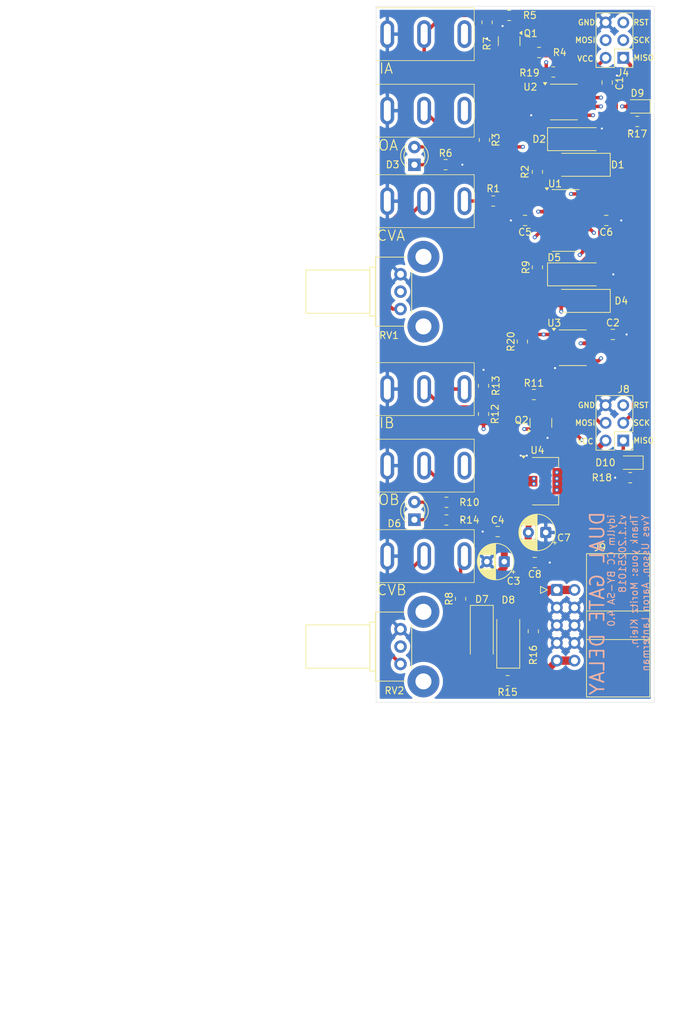
<source format=kicad_pcb>
(kicad_pcb (version 20241229) (generator "pcbnew") (generator_version "9.0")
  (title_block (title "Dual Gate Delay") (date "2025-10-18") (rev "1.1") (company "idyllm") (comment 1 "CC BY-SA 4.0"))
  (layers (0 "F.Cu" signal) (4 "In1.Cu" signal) (6 "In2.Cu" signal) (2 "B.Cu" signal) (13 "F.Paste" user) (15 "B.Paste" user) (5 "F.SilkS" user "F.Silkscreen") (7 "B.SilkS" user "B.Silkscreen") (1 "F.Mask" user) (3 "B.Mask" user) (25 "Edge.Cuts" user))
  (net 0 "")
  (net 1 "GND")
  (net 2 "+5V")
  (net 3 "+12V")
  (net 4 "-12V")
  (net 5 "/ADC1_SCK_A")
  (net 6 "Net-(D3-K)")
  (net 7 "Net-(D3-A)")
  (net 8 "/ADC1_SCK_B")
  (net 9 "Net-(D6-A)")
  (net 10 "Net-(D6-K)")
  (net 11 "Net-(J1-PadTN)")
  (net 12 "Net-(J1-PadT)")
  (net 14 "Net-(J2-PadT)")
  (net 15 "Net-(J3-PadT)")
  (net 17 "/GATE1_OUT_MOSI_A")
  (net 18 "/PROG_RST_A")
  (net 19 "/LED_OUT_MISO_A")
  (net 20 "Net-(J5-PadTN)")
  (net 21 "Net-(J5-PadT)")
  (net 22 "Net-(J6-PadT)")
  (net 24 "Net-(J7-PadT)")
  (net 25 "/PROG_RST_B")
  (net 26 "/LED_OUT_MISO_B")
  (net 27 "/GATE1_OUT_MOSI_B")
  (net 28 "Net-(J9-Pin_1)")
  (net 29 "Net-(J9-Pin_10)")
  (net 30 "/NGATE1_5V_A")
  (net 31 "Net-(Q1-B)")
  (net 32 "Net-(Q2-B)")
  (net 33 "/NGATE1_5V_B")
  (net 34 "Net-(U1A--)")
  (net 35 "Net-(U1B--)")
  (net 36 "Net-(D7-A)")
  (net 37 "Net-(D8-K)")
  (net 38 "Net-(U1A-+)")
  (net 39 "Net-(U1B-+)")
  (net 42 "Net-(D9-K)")
  (net 43 "Net-(D10-K)")
  (footprint "LED_THT:LED_D3.0mm" (layer "F.Cu") (at 105.5 72.77 90)
    (property "Reference" "D3")
    (property "Value" "LED")
  )
  (footprint "Resistor_SMD:R_0805_2012Metric_Pad1.20x1.40mm_HandSolder" (layer "F.Cu") (at 115.951 52.308 -90)
    (property "Reference" "R7")
    (property "Value" "100k")
  )
  (footprint "Resistor_SMD:R_0805_2012Metric_Pad1.20x1.40mm_HandSolder" (layer "F.Cu") (at 115.57 69.199 -90)
    (property "Reference" "R3")
    (property "Value" "1k")
  )
  (footprint "AudioJacks:Jack_3.5mm_QingPu_WQP-PJ323M_Horizontal" (layer "F.Cu") (at 101.6 54 -90)
    (property "Reference" "J3" (hide yes))
    (property "Value" "MonoJack")
  )
  (footprint "Capacitor_SMD:C_0805_2012Metric" (layer "F.Cu") (at 133.223 60.96 90)
    (property "Reference" "C1")
    (property "Value" "100n")
  )
  (footprint "Diode_SMD:D_SMA_Handsoldering" (layer "F.Cu") (at 129.159 69.088)
    (property "Reference" "D2")
    (property "Value" "B140Q-13-F")
  )
  (footprint "Capacitor_SMD:C_0805_2012Metric" (layer "F.Cu") (at 122.809 129.921 180)
    (property "Reference" "C8")
    (property "Value" "100n")
  )
  (footprint "Connector_IDC:IDC-Header_2x05_P2.54mm_Horizontal" (layer "F.Cu") (at 125.984 133.858)
    (property "Reference" "J9")
    (property "Value" "Conn_02x05_Odd_Even")
  )
  (footprint "Capacitor_SMD:C_0805_2012Metric" (layer "F.Cu") (at 133.096 80.772 180)
    (property "Reference" "C6")
    (property "Value" "100n")
  )
  (footprint "Connector_PinHeader_2.54mm:PinHeader_2x03_P2.54mm_Vertical" (layer "F.Cu") (at 135.546 57.404 180)
    (property "Reference" "J4")
    (property "Value" "Conn_02x03_Odd_Even")
  )
  (footprint "Potentiometer_THT:Potentiometer_Bourns_PTV09A-2_Single_Horizontal" (layer "F.Cu") (at 103.5 139.5 180)
    (property "Reference" "RV2")
    (property "Value" "100k")
  )
  (footprint "AudioJacks:Jack_3.5mm_QingPu_WQP-PJ323M_Horizontal" (layer "F.Cu") (at 101.6 78 -90)
    (property "Reference" "J1" (hide yes))
    (property "Value" "MonoJack")
  )
  (footprint "Resistor_SMD:R_0805_2012Metric_Pad1.20x1.40mm_HandSolder" (layer "F.Cu") (at 109.982 72.755)
    (property "Reference" "R6")
    (property "Value" "4k7")
  )
  (footprint "LED_THT:LED_D3.0mm" (layer "F.Cu") (at 105.5 123.77 90)
    (property "Reference" "D6")
    (property "Value" "LED")
  )
  (footprint "Capacitor_SMD:C_0805_2012Metric" (layer "F.Cu") (at 121.412 80.772 180)
    (property "Reference" "C5")
    (property "Value" "100n")
  )
  (footprint "LED_SMD:LED_0805_2012Metric_Pad1.15x1.40mm_HandSolder" (layer "F.Cu") (at 137.573 64.389 180)
    (property "Reference" "D9")
    (property "Value" "LED")
  )
  (footprint "Resistor_SMD:R_0805_2012Metric_Pad1.20x1.40mm_HandSolder" (layer "F.Cu") (at 115.443 108.585 -90)
    (property "Reference" "R12")
    (property "Value" "100k")
  )
  (footprint "Resistor_SMD:R_0805_2012Metric_Pad1.20x1.40mm_HandSolder" (layer "F.Cu") (at 119.126 51.308)
    (property "Reference" "R5")
    (property "Value" "100k")
  )
  (footprint "AudioJacks:Jack_3.5mm_QingPu_WQP-PJ323M_Horizontal" (layer "F.Cu") (at 101.6 105 -90)
    (property "Reference" "J7" (hide yes))
    (property "Value" "MonoJack")
  )
  (footprint "Diode_SMD:D_SMA_Handsoldering" (layer "F.Cu") (at 129.159 88.519)
    (property "Reference" "D5")
    (property "Value" "B140Q-13-F")
  )
  (footprint "Resistor_SMD:R_0805_2012Metric_Pad1.20x1.40mm_HandSolder" (layer "F.Cu") (at 121.031 98.171 90)
    (property "Reference" "R20")
    (property "Value" "10k")
  )
  (footprint "Capacitor_SMD:C_0805_2012Metric" (layer "F.Cu") (at 134.046 97.155)
    (property "Reference" "C2")
    (property "Value" "100n")
  )
  (footprint "Resistor_SMD:R_0805_2012Metric_Pad1.20x1.40mm_HandSolder" (layer "F.Cu") (at 137.557 66.548 180)
    (property "Reference" "R17")
    (property "Value" "4k7")
  )
  (footprint "Capacitor_THT:CP_Radial_D5.0mm_P2.50mm" (layer "F.Cu") (at 124.395113 125.603 180)
    (property "Reference" "C7")
    (property "Value" "10u")
  )
  (footprint "Resistor_SMD:R_0805_2012Metric_Pad1.20x1.40mm_HandSolder" (layer "F.Cu") (at 112.141 135.128 90)
    (property "Reference" "R8")
    (property "Value" "120k")
  )
  (footprint "Package_TO_SOT_SMD:SOT-23" (layer "F.Cu") (at 123.698 109.855 90)
    (property "Reference" "Q2")
    (property "Value" "BC847")
  )
  (footprint "Connector_PinHeader_2.54mm:PinHeader_2x03_P2.54mm_Vertical" (layer "F.Cu") (at 135.541 112.395 180)
    (property "Reference" "J8")
    (property "Value" "Conn_02x03_Odd_Even")
  )
  (footprint "Package_TO_SOT_SMD:SOT-23" (layer "F.Cu") (at 119.126 55 -90)
    (property "Reference" "Q1")
    (property "Value" "BC847")
  )
  (footprint "LED_SMD:LED_0805_2012Metric_Pad1.15x1.40mm_HandSolder" (layer "F.Cu") (at 136.541 115.57 180)
    (property "Reference" "D10")
    (property "Value" "LED")
  )
  (footprint "Diode_SMD:D_SMA_Handsoldering" (layer "F.Cu") (at 129.159 72.771 180)
    (property "Reference" "D1")
    (property "Value" "B140Q-13-F")
  )
  (footprint "Resistor_SMD:R_0805_2012Metric_Pad1.20x1.40mm_HandSolder" (layer "F.Cu") (at 125.476 59.436 180)
    (property "Reference" "R19")
    (property "Value" "10k")
  )
  (footprint "Capacitor_THT:CP_Radial_D5.0mm_P2.50mm" (layer "F.Cu") (at 118.426112 129.794 180)
    (property "Reference" "C3")
    (property "Value" "10u")
  )
  (footprint "Resistor_SMD:R_0805_2012Metric_Pad1.20x1.40mm_HandSolder" (layer "F.Cu") (at 115.443 104.521 90)
    (property "Reference" "R13")
    (property "Value" "100k")
  )
  (footprint "Resistor_SMD:R_0805_2012Metric_Pad1.20x1.40mm_HandSolder" (layer "F.Cu") (at 118.9 146.9 180)
    (property "Reference" "R15")
    (property "Value" "10R")
  )
  (footprint "AudioJacks:Jack_3.5mm_QingPu_WQP-PJ323M_Horizontal" (layer "F.Cu") (at 101.6 129 -90)
    (property "Reference" "J5" (hide yes))
    (property "Value" "MonoJack")
  )
  (footprint "Resistor_SMD:R_0805_2012Metric_Pad1.20x1.40mm_HandSolder" (layer "F.Cu") (at 110.109 121.269 180)
    (property "Reference" "R10")
    (property "Value" "1k")
  )
  (footprint "AudioJacks:Jack_3.5mm_QingPu_WQP-PJ323M_Horizontal" (layer "F.Cu") (at 101.6 116 -90)
    (property "Reference" "J6" (hide yes))
    (property "Value" "MonoJack")
  )
  (footprint "Package_SO:SOIC-8_3.9x4.9mm_P1.27mm" (layer "F.Cu") (at 127 63.754)
    (property "Reference" "U2")
    (property "Value" "ATtiny13A-S")
  )
  (footprint "Resistor_SMD:R_0805_2012Metric_Pad1.20x1.40mm_HandSolder" (layer "F.Cu") (at 116.84 77.978 180)
    (property "Reference" "R1")
    (property "Value" "120k")
  )
  (footprint "Resistor_SMD:R_0805_2012Metric_Pad1.20x1.40mm_HandSolder" (layer "F.Cu") (at 122.682 105.791)
    (property "Reference" "R11")
    (property "Value" "4k7")
  )
  (footprint "Capacitor_SMD:C_0805_2012Metric" (layer "F.Cu") (at 117.475 125.476 180)
    (property "Reference" "C4")
    (property "Value" "100n")
  )
  (footprint "Package_TO_SOT_SMD:SOT-223-3_TabPin2" (layer "F.Cu") (at 124.333 118.237)
    (property "Reference" "U4")
    (property "Value" "AMS1117-5.0")
  )
  (footprint "Diode_SMD:D_SMA_Handsoldering" (layer "F.Cu") (at 115.189 140.589 -90)
    (property "Reference" "D7")
    (property "Value" "B140Q-13-F")
  )
  (footprint "Resistor_SMD:R_0805_2012Metric_Pad1.20x1.40mm_HandSolder" (layer "F.Cu") (at 123.19 73.787 -90)
    (property "Reference" "R2")
    (property "Value" "1k")
  )
  (footprint "Resistor_SMD:R_0805_2012Metric_Pad1.20x1.40mm_HandSolder" (layer "F.Cu") (at 123.19 87.503 90)
    (property "Reference" "R9")
    (property "Value" "1k")
  )
  (footprint "Resistor_SMD:R_0805_2012Metric_Pad1.20x1.40mm_HandSolder" (layer "F.Cu") (at 122.6 139.8 -90)
    (property "Reference" "R16")
    (property "Value" "10R")
  )
  (footprint "Package_SO:SOIC-14_3.9x8.7mm_P1.27mm" (layer "F.Cu") (at 127.254 80.772)
    (property "Reference" "U1")
    (property "Value" "TL074")
  )
  (footprint "Package_SO:SOIC-8_3.9x4.9mm_P1.27mm" (layer "F.Cu") (at 128.27 99.06)
    (property "Reference" "U3")
    (property "Value" "ATtiny13A-S")
  )
  (footprint "Diode_SMD:D_SMA_Handsoldering" (layer "F.Cu") (at 118.999 140.589 90)
    (property "Reference" "D8")
    (property "Value" "B140Q-13-F")
  )
  (footprint "Diode_SMD:D_SMA_Handsoldering" (layer "F.Cu") (at 129.159 92.329 180)
    (property "Reference" "D4")
    (property "Value" "B140Q-13-F")
  )
  (footprint "AudioJacks:Jack_3.5mm_QingPu_WQP-PJ323M_Horizontal" (layer "F.Cu") (at 101.6 65 -90)
    (property "Reference" "J2" (hide yes))
    (property "Value" "MonoJack")
  )
  (footprint "Resistor_SMD:R_0805_2012Metric_Pad1.20x1.40mm_HandSolder" (layer "F.Cu") (at 123.428 56.642 180)
    (property "Reference" "R4")
    (property "Value" "4k7")
  )
  (footprint "Resistor_SMD:R_0805_2012Metric_Pad1.20x1.40mm_HandSolder" (layer "F.Cu") (at 136.541 117.729 180)
    (property "Reference" "R18")
    (property "Value" "4k7")
  )
  (footprint "Potentiometer_THT:Potentiometer_Bourns_PTV09A-2_Single_Horizontal" (layer "F.Cu") (at 103.5 88.5 180)
    (property "Reference" "RV1")
    (property "Value" "100k")
  )
  (footprint "Resistor_SMD:R_0805_2012Metric_Pad1.20x1.40mm_HandSolder" (layer "F.Cu") (at 110.109 123.809)
    (property "Reference" "R14")
    (property "Value" "4k7")
  )
  (gr_rect (start 100 50) (end 140 150) (stroke (width 0.05)) (fill no) (layer "Edge.Cuts"))
  (gr_text "SCK" (at 136.911 54.864 0) (layer "F.SilkS") (effects (font (size 0.8 0.8)) (justify left)))
  (gr_text "MOSI" (at 131.621 109.855 0) (layer "F.SilkS") (effects (font (size 0.8 0.8)) (justify right)))
  (gr_text "RST" (at 136.926 52.324 0) (layer "F.SilkS") (effects (font (size 0.8 0.8)) (justify left)))
  (gr_text "IB" (at 100.33 110.744 0) (layer "F.SilkS") (effects (font (size 1.5 1.5)) (justify left bottom)))
  (gr_text "OA" (at 100.203 70.85 0) (layer "F.SilkS") (effects (font (size 1.5 1.5)) (justify left bottom)))
  (gr_text "SCK" (at 136.906 109.855 0) (layer "F.SilkS") (effects (font (size 0.8 0.8)) (justify left)))
  (gr_text "VCC" (at 131.318 112.522 0) (layer "F.SilkS") (effects (font (size 0.8 0.8)) (justify right)))
  (gr_text "CVB" (at 100 134.747 0) (layer "F.SilkS") (effects (font (size 1.5 1.5)) (justify left bottom)))
  (gr_text "CVA" (at 100 83.82 0) (layer "F.SilkS") (effects (font (size 1.5 1.5)) (justify left bottom)))
  (gr_text "GND" (at 131.577 52.324 0) (layer "F.SilkS") (effects (font (size 0.8 0.8)) (justify right)))
  (gr_text "MOSI" (at 131.626 54.864 0) (layer "F.SilkS") (effects (font (size 0.8 0.8)) (justify right)))
  (gr_text "MISO" (at 136.926 57.404 0) (layer "F.SilkS") (effects (font (size 0.8 0.8)) (justify left)))
  (gr_text "OB" (at 100.203 121.777 0) (layer "F.SilkS") (effects (font (size 1.5 1.5)) (justify left bottom)))
  (gr_text "GND" (at 131.572 107.315 0) (layer "F.SilkS") (effects (font (size 0.8 0.8)) (justify right)))
  (gr_text "RST" (at 136.921 107.315 0) (layer "F.SilkS") (effects (font (size 0.8 0.8)) (justify left)))
  (gr_text "IA" (at 100.33 59.817 0) (layer "F.SilkS") (effects (font (size 1.5 1.5)) (justify left bottom)))
  (gr_text "VCC" (at 131.323 57.531 0) (layer "F.SilkS") (effects (font (size 0.8 0.8)) (justify right)))
  (gr_text "MISO" (at 136.921 112.395 0) (layer "F.SilkS") (effects (font (size 0.8 0.8)) (justify left)))
  (gr_text "Thank yous: Moritz Klein, \nYves Usson, Aaron Lanterman" (at 139.319 122.936 90) (layer "B.SilkS") (effects (font (size 1 1)) (justify left bottom mirror)))
  (gr_text "DUAL GATE DELAY" (at 132.969 122.428 90) (layer "B.SilkS") (effects (font (size 2 2) (thickness 0.25)) (justify left bottom mirror)))
  (gr_text "idyllm CC BY-SA 4.0\nv1.1.20251018" (at 136.017 122.936 90) (layer "B.SilkS") (effects (font (size 1 1)) (justify left bottom mirror)))
  (segment (start 120.788 116.332) (end 121.183 115.937) (width 0.5) (layer "F.Cu") (net 1))
  (segment (start 121.666 114.554) (end 120.816 115.404) (width 0.75) (layer "F.Cu") (net 1))
  (segment (start 120.788 114.565) (end 120.788 116.332) (width 0.75) (layer "F.Cu") (net 1))
  (segment (start 111.109 123.809) (end 112.291 123.809) (width 0.5) (layer "F.Cu") (net 1))
  (segment (start 125.73 101.03) (end 125.795 100.965) (width 0.5) (layer "F.Cu") (net 1))
  (segment (start 134.996 97.155) (end 136.017 97.155) (width 0.5) (layer "F.Cu") (net 1))
  (segment (start 119.371787 80.772) (end 120.462 80.772) (width 0.5) (layer "F.Cu") (net 1))
  (segment (start 120.777 114.554) (end 120.788 114.565) (width 0.75) (layer "F.Cu") (net 1))
  (segment (start 123.759 129.921) (end 124.968 129.921) (width 0.5) (layer "F.Cu") (net 1))
  (segment (start 112.395 72.755) (end 110.982 72.755) (width 0.5) (layer "F.Cu") (net 1))
  (segment (start 132.461 67.564) (end 131.659 68.366) (width 0.5) (layer "F.Cu") (net 1))
  (segment (start 122.301 65.659) (end 123.6665 65.659) (width 0.5) (layer "F.Cu") (net 1))
  (segment (start 134.554 60.01) (end 133.223 60.01) (width 0.5) (layer "F.Cu") (net 1))
  (segment (start 116.525 125.476) (end 115.316 125.476) (width 0.5) (layer "F.Cu") (net 1))
  (segment (start 118.176 52.832) (end 118.176 54.0625) (width 0.5) (layer "F.Cu") (net 1))
  (segment (start 131.659 88.519) (end 134.112 88.519) (width 0.5) (layer "F.Cu") (net 1))
  (segment (start 134.62 59.944) (end 134.554 60.01) (width 0.5) (layer "F.Cu") (net 1))
  (segment (start 112.291 123.809) (end 112.3 123.8) (width 0.5) (layer "F.Cu") (net 1))
  (segment (start 135.541 117.729) (end 134.382 117.729) (width 0.5) (layer "F.Cu") (net 1))
  (segment (start 124.648 112.014) (end 124.648 110.7925) (width 0.5) (layer "F.Cu") (net 1))
  (segment (start 121.666 114.554) (end 121.666 115.454) (width 0.75) (layer "F.Cu") (net 1))
  (segment (start 125.73 101.981) (end 125.73 101.03) (width 0.5) (layer "F.Cu") (net 1))
  (segment (start 120.777 114.554) (end 121.666 114.554) (width 0.75) (layer "F.Cu") (net 1))
  (segment (start 115.951 54.61) (end 115.951 53.308) (width 0.5) (layer "F.Cu") (net 1))
  (segment (start 120.816 115.404) (end 120.816 115.57) (width 0.75) (layer "F.Cu") (net 1))
  (segment (start 121.666 115.454) (end 121.183 115.937) (width 0.5) (layer "F.Cu") (net 1))
  (segment (start 136.557 67.786) (end 136.557 66.548) (width 0.5) (layer "F.Cu") (net 1))
  (segment (start 120.816 115.57) (end 121.183 115.937) (width 0.5) (layer "F.Cu") (net 1))
  (segment (start 131.659 68.366) (end 131.659 69.088) (width 0.5) (layer "F.Cu") (net 1))
  (segment (start 115.443 103.521) (end 115.443 102.235) (width 0.5) (layer "F.Cu") (net 1))
  (segment (start 134.046 80.772) (end 135.255 80.772) (width 0.5) (layer "F.Cu") (net 1))
  (segment (start 136.525 67.818) (end 136.557 67.786) (width 0.5) (layer "F.Cu") (net 1))
  (via (at 124.968 129.921) (size 0.6) (drill 0.3) (layers "F.Cu" "B.Cu") (net 1))
  (via (at 135.255 80.772) (size 0.6) (drill 0.3) (layers "F.Cu" "B.Cu") (net 1))
  (via (at 134.112 88.519) (size 0.6) (drill 0.3) (layers "F.Cu" "B.Cu") (net 1))
  (via (at 122.301 65.659) (size 0.6) (drill 0.3) (layers "F.Cu" "B.Cu") (net 1))
  (via (at 115.316 125.476) (size 0.6) (drill 0.3) (layers "F.Cu" "B.Cu") (net 1))
  (via (at 124.648 112.014) (size 0.6) (drill 0.3) (layers "F.Cu" "B.Cu") (net 1))
  (via (at 120.777 114.554) (size 0.6) (drill 0.3) (layers "F.Cu" "B.Cu") (net 1))
  (via (at 112.3 123.8) (size 0.6) (drill 0.3) (layers "F.Cu" "B.Cu") (net 1))
  (via (at 115.443 102.235) (size 0.6) (drill 0.3) (layers "F.Cu" "B.Cu") (net 1))
  (via (at 118.176 52.832) (size 0.6) (drill 0.3) (layers "F.Cu" "B.Cu") (net 1))
  (via (at 125.73 101.981) (size 0.6) (drill 0.3) (layers "F.Cu" "B.Cu") (net 1))
  (via (at 132.461 67.564) (size 0.6) (drill 0.3) (layers "F.Cu" "B.Cu") (net 1))
  (via (at 121.666 114.554) (size 0.6) (drill 0.3) (layers "F.Cu" "B.Cu") (net 1))
  (via (at 112.395 72.755) (size 0.6) (drill 0.3) (layers "F.Cu" "B.Cu") (net 1))
  (via (at 119.371787 80.772) (size 0.6) (drill 0.3) (layers "F.Cu" "B.Cu") (net 1))
  (via (at 134.382 117.729) (size 0.6) (drill 0.3) (layers "F.Cu" "B.Cu") (net 1))
  (via (at 134.62 59.944) (size 0.6) (drill 0.3) (layers "F.Cu" "B.Cu") (net 1))
  (via (at 136.525 67.818) (size 0.6) (drill 0.3) (layers "F.Cu" "B.Cu") (net 1))
  (via (at 136.017 97.155) (size 0.6) (drill 0.3) (layers "F.Cu" "B.Cu") (net 1))
  (via (at 115.951 54.61) (size 0.6) (drill 0.3) (layers "F.Cu" "B.Cu") (net 1))
  (segment (start 134.366 62.225) (end 134.366 71.755) (width 0.8) (layer "F.Cu") (net 2))
  (segment (start 139.065 104.267) (end 139.065 118.872) (width 0.8) (layer "F.Cu") (net 2))
  (segment (start 133.006 57.404) (end 129.475 60.935) (width 0.5) (layer "F.Cu") (net 2))
  (segment (start 120.904 99.298) (end 121.031 99.298) (width 0.5) (layer "F.Cu") (net 2))
  (segment (start 133.35 72.771) (end 131.659 72.771) (width 0.8) (layer "F.Cu") (net 2))
  (segment (start 119.253 105.791) (end 119.126 105.664) (width 0.5) (layer "F.Cu") (net 2))
  (segment (start 136.7028 76.1238) (end 136.7028 89.4842) (width 0.8) (layer "F.Cu") (net 2))
  (segment (start 138.176 119.761) (end 129.007 119.761) (width 0.8) (layer "F.Cu") (net 2))
  (segment (start 134.366 71.755) (end 133.35 72.771) (width 0.8) (layer "F.Cu") (net 2))
  (segment (start 133.001 112.719) (end 133.001 112.395) (width 0.5) (layer "F.Cu") (net 2))
  (segment (start 126.476 58.69) (end 126.476 59.436) (width 0.5) (layer "F.Cu") (net 2))
  (segment (start 139.065 118.872) (end 138.176 119.761) (width 0.8) (layer "F.Cu") (net 2))
  (segment (start 133.096 97.155) (end 133.096 98.298) (width 0.8) (layer "F.Cu") (net 2))
  (segment (start 127.635 61.849) (end 129.475 61.849) (width 0.5) (layer "F.Cu") (net 2))
  (segment (start 129.007 119.761) (end 127.483 118.237) (width 0.8) (layer "F.Cu") (net 2))
  (segment (start 134.051 61.91) (end 134.366 62.225) (width 0.8) (layer "F.Cu") (net 2))
  (segment (start 133.096 98.298) (end 139.065 104.267) (width 0.8) (layer "F.Cu") (net 2))
  (segment (start 133.162 61.849) (end 133.223 61.91) (width 0.5) (layer "F.Cu") (net 2))
  (segment (start 126.476 60.69) (end 127.635 61.849) (width 0.5) (layer "F.Cu") (net 2))
  (segment (start 127.483 117.913) (end 133.001 112.395) (width 0.8) (layer "F.Cu") (net 2))
  (segment (start 133.096 97.155) (end 133.096 93.766) (width 0.8) (layer "F.Cu") (net 2))
  (segment (start 133.858 92.329) (end 131.659 92.329) (width 0.8) (layer "F.Cu") (net 2))
  (segment (start 119.126 116.713) (end 119.126 105.664) (width 0.5) (layer "F.Cu") (net 2))
  (segment (start 133.35 72.771) (end 136.7028 76.1238) (width 0.8) (layer "F.Cu") (net 2))
  (segment (start 133.096 93.766) (end 131.659 92.329) (width 0.8) (layer "F.Cu") (net 2))
  (segment (start 130.8415 97.155) (end 133.096 97.155) (width 0.5) (layer "F.Cu") (net 2))
  (segment (start 136.7028 89.4842) (end 133.858 92.329) (width 0.8) (layer "F.Cu") (net 2))
  (segment (start 129.475 61.849) (end 133.162 61.849) (width 0.5) (layer "F.Cu") (net 2))
  (segment (start 133.223 61.91) (end 134.051 61.91) (width 0.8) (layer "F.Cu") (net 2))
  (segment (start 119.126 101.076) (end 120.904 99.298) (width 0.5) (layer "F.Cu") (net 2))
  (segment (start 126.476 59.436) (end 126.476 60.69) (width 0.5) (layer "F.Cu") (net 2))
  (segment (start 127.483 118.237) (end 127.483 117.913) (width 0.8) (layer "F.Cu") (net 2))
  (segment (start 120.65 118.237) (end 119.126 116.713) (width 0.5) (layer "F.Cu") (net 2))
  (segment (start 129.475 60.935) (end 129.475 61.849) (width 0.5) (layer "F.Cu") (net 2))
  (segment (start 119.126 105.664) (end 119.126 101.076) (width 0.5) (layer "F.Cu") (net 2))
  (segment (start 124.428 56.642) (end 126.476 58.69) (width 0.5) (layer "F.Cu") (net 2))
  (segment (start 121.682 105.791) (end 119.253 105.791) (width 0.5) (layer "F.Cu") (net 2))
  (via (at 122.682 117.856) (size 0.6) (drill 0.3) (layers "F.Cu" "B.Cu") (net 2))
  (via (at 125.984 118.618) (size 0.6) (drill 0.3) (layers "F.Cu" "B.Cu") (net 2))
  (via (at 122.682 118.618) (size 0.6) (drill 0.3) (layers "F.Cu" "B.Cu") (net 2))
  (via (at 125.984 119.507) (size 0.6) (drill 0.3) (layers "F.Cu" "B.Cu") (net 2))
  (via (at 125.984 117.856) (size 0.6) (drill 0.3) (layers "F.Cu" "B.Cu") (net 2))
  (via (at 125.984 116.967) (size 0.6) (drill 0.3) (layers "F.Cu" "B.Cu") (net 2))
  (segment (start 117.84 77.978) (end 120.523 77.978) (width 0.5) (layer "F.Cu") (net 3))
  (segment (start 115.189 133.858) (end 118.426112 130.620888) (width 1) (layer "F.Cu") (net 3))
  (segment (start 112.141 136.128) (end 112.141 136.398) (width 0.5) (layer "F.Cu") (net 3))
  (segment (start 120.523 77.978) (end 122.362 79.817) (width 0.5) (layer "F.Cu") (net 3))
  (segment (start 118.425 122.24) (end 120.128 120.537) (width 1) (layer "F.Cu") (net 3))
  (segment (start 117.475 86.741) (end 122.362 81.854) (width 0.8) (layer "F.Cu") (net 3))
  (segment (start 112.141 136.398) (end 113.832 138.089) (width 0.5) (layer "F.Cu") (net 3))
  (segment (start 122.362 80.772) (end 124.779 80.772) (width 0.6) (layer "F.Cu") (net 3))
  (segment (start 117.475 117.829) (end 117.475 86.741) (width 0.8) (layer "F.Cu") (net 3))
  (segment (start 118.426112 130.620888) (end 118.426112 129.794) (width 1) (layer "F.Cu") (net 3))
  (segment (start 120.128 120.537) (end 121.183 120.537) (width 1) (layer "F.Cu") (net 3))
  (segment (start 122.362 79.817) (end 122.362 80.772) (width 0.5) (layer "F.Cu") (net 3))
  (segment (start 118.425 125.476) (end 118.425 122.24) (width 1) (layer "F.Cu") (net 3))
  (segment (start 113.832 138.089) (end 115.189 138.089) (width 0.5) (layer "F.Cu") (net 3))
  (segment (start 121.183 120.537) (end 120.183 120.537) (width 0.8) (layer "F.Cu") (net 3))
  (segment (start 118.426112 129.794) (end 118.426112 125.477112) (width 1) (layer "F.Cu") (net 3))
  (segment (start 122.362 81.854) (end 122.362 80.772) (width 0.8) (layer "F.Cu") (net 3))
  (segment (start 115.189 138.089) (end 115.189 133.858) (width 1) (layer "F.Cu") (net 3))
  (segment (start 120.183 120.537) (end 117.475 117.829) (width 0.8) (layer "F.Cu") (net 3))
  (segment (start 118.426112 125.477112) (end 118.425 125.476) (width 1) (layer "F.Cu") (net 3))
  (segment (start 118.999 138.089) (end 118.999 134.239) (width 1) (layer "F.Cu") (net 4))
  (segment (start 132.334 84.201) (end 132.334 80.96) (width 0.8) (layer "F.Cu") (net 4))
  (segment (start 129.159 87.376) (end 132.334 84.201) (width 0.8) (layer "F.Cu") (net 4))
  (segment (start 121.895113 125.603) (end 121.895113 124.611887) (width 0.8) (layer "F.Cu") (net 4))
  (segment (start 132.334 80.96) (end 132.146 80.772) (width 0.8) (layer "F.Cu") (net 4))
  (segment (start 129.729 80.772) (end 132.146 80.772) (width 0.6) (layer "F.Cu") (net 4))
  (segment (start 121.859 129.921) (end 121.859 125.639113) (width 1) (layer "F.Cu") (net 4))
  (segment (start 118.999 134.239) (end 121.859 131.379) (width 1) (layer "F.Cu") (net 4))
  (segment (start 124.333 115.443) (end 127.762 112.014) (width 0.8) (layer "F.Cu") (net 4))
  (segment (start 121.895113 124.611887) (end 124.333 122.174) (width 0.8) (layer "F.Cu") (net 4))
  (segment (start 129.159 95.123) (end 129.159 87.376) (width 0.8) (layer "F.Cu") (net 4))
  (segment (start 127.762 112.014) (end 127.762 96.52) (width 0.8) (layer "F.Cu") (net 4))
  (segment (start 124.333 122.174) (end 124.333 115.443) (width 0.8) (layer "F.Cu") (net 4))
  (segment (start 121.859 125.639113) (end 121.895113 125.603) (width 1) (layer "F.Cu") (net 4))
  (segment (start 127.762 96.52) (end 129.159 95.123) (width 0.8) (layer "F.Cu") (net 4))
  (segment (start 121.859 131.379) (end 121.859 129.921) (width 1) (layer "F.Cu") (net 4))
  (segment (start 126.659 69.088) (end 126.659 72.771) (width 0.5) (layer "F.Cu") (net 5))
  (segment (start 126.659 69.088) (end 126.659 64.476) (width 0.5) (layer "F.Cu") (net 5))
  (segment (start 128.016 63.119) (end 129.475 63.119) (width 0.5) (layer "F.Cu") (net 5))
  (segment (start 126.659 64.476) (end 128.016 63.119) (width 0.5) (layer "F.Cu") (net 5))
  (segment (start 132.334 63.119) (end 129.475 63.119) (width 0.5) (layer "F.Cu") (net 5))
  (segment (start 126.659 72.771) (end 123.206 72.771) (width 0.5) (layer "F.Cu") (net 5))
  (segment (start 123.206 72.771) (end 123.19 72.787) (width 0.5) (layer "F.Cu") (net 5))
  (via (at 132.334 63.119) (size 0.6) (drill 0.3) (layers "F.Cu" "B.Cu") (net 5))
  (segment (start 105.515 72.755) (end 105.5 72.77) (width 0.5) (layer "F.Cu") (net 6))
  (segment (start 108.982 72.755) (end 105.515 72.755) (width 0.5) (layer "F.Cu") (net 6))
  (segment (start 115.57 70.199) (end 105.531 70.199) (width 0.5) (layer "F.Cu") (net 7))
  (segment (start 129.729 76.962) (end 128.016 76.962) (width 0.5) (layer "F.Cu") (net 7))
  (segment (start 121.101 70.199) (end 115.57 70.199) (width 0.5) (layer "F.Cu") (net 7))
  (segment (start 129.729 78.232) (end 129.729 76.962) (width 0.5) (layer "F.Cu") (net 7))
  (segment (start 105.531 70.199) (end 105.5 70.23) (width 0.5) (layer "F.Cu") (net 7))
  (via (at 128.016 76.962) (size 0.6) (drill 0.3) (layers "F.Cu" "B.Cu") (net 7))
  (via (at 121.101 70.199) (size 0.6) (drill 0.3) (layers "F.Cu" "B.Cu") (net 7))
  (segment (start 137.033 108.363) (end 135.541 109.855) (width 0.5) (layer "F.Cu") (net 8))
  (segment (start 130.8415 98.425) (end 131.699 98.425) (width 0.5) (layer "F.Cu") (net 8))
  (segment (start 126.643 88.503) (end 126.659 88.519) (width 0.5) (layer "F.Cu") (net 8))
  (segment (start 126.619 92.369) (end 126.659 92.329) (width 0.5) (layer "F.Cu") (net 8))
  (segment (start 131.699 98.425) (end 137.033 103.759) (width 0.5) (layer "F.Cu") (net 8))
  (segment (start 137.033 103.759) (end 137.033 108.363) (width 0.5) (layer "F.Cu") (net 8))
  (segment (start 123.19 88.503) (end 126.643 88.503) (width 0.5) (layer "F.Cu") (net 8))
  (segment (start 126.659 92.329) (end 126.659 88.519) (width 0.5) (layer "F.Cu") (net 8))
  (segment (start 126.619 93.853) (end 126.619 92.369) (width 0.5) (layer "F.Cu") (net 8))
  (segment (start 129.413 98.425) (end 130.8415 98.425) (width 0.5) (layer "F.Cu") (net 8))
  (via (at 126.619 93.853) (size 0.6) (drill 0.3) (layers "F.Cu" "B.Cu") (net 8))
  (via (at 129.413 98.425) (size 0.6) (drill 0.3) (layers "F.Cu" "B.Cu") (net 8))
  (segment (start 109.109 121.269) (end 105.539 121.269) (width 0.5) (layer "F.Cu") (net 9))
  (segment (start 129.729 85.282) (end 129.286 85.725) (width 0.5) (layer "F.Cu") (net 9))
  (segment (start 105.539 121.269) (end 105.5 121.23) (width 0.5) (layer "F.Cu") (net 9))
  (segment (start 129.729 84.582) (end 129.729 85.282) (width 0.5) (layer "F.Cu") (net 9))
  (segment (start 129.729 83.312) (end 129.729 84.582) (width 0.5) (layer "F.Cu") (net 9))
  (via (at 129.286 85.725) (size 0.6) (drill 0.3) (layers "F.Cu" "B.Cu") (net 9))
  (segment (start 105.5 123.77) (end 109.07 123.77) (width 0.5) (layer "F.Cu") (net 10))
  (segment (start 109.07 123.77) (end 109.109 123.809) (width 0.5) (layer "F.Cu") (net 10))
  (segment (start 115.84 77.978) (end 112.722 77.978) (width 0.5) (layer "F.Cu") (net 11))
  (segment (start 112.722 77.978) (end 112.7 78) (width 0.5) (layer "F.Cu") (net 11))
  (segment (start 102.39 93.5) (end 101.854 92.964) (width 0.5) (layer "F.Cu") (net 12))
  (segment (start 103.5 93.5) (end 102.39 93.5) (width 0.5) (layer "F.Cu") (net 12))
  (segment (start 101.854 83.046) (end 106.9 78) (width 0.5) (layer "F.Cu") (net 12))
  (segment (start 101.854 92.964) (end 101.854 83.046) (width 0.5) (layer "F.Cu") (net 12))
  (segment (start 110.099 68.199) (end 106.9 65) (width 0.5) (layer "F.Cu") (net 14))
  (segment (start 115.57 68.199) (end 110.099 68.199) (width 0.5) (layer "F.Cu") (net 14))
  (segment (start 111.2 105) (end 100.751 94.551) (width 0.5) (layer "F.Cu") (net 15))
  (segment (start 100.751 94.551) (end 100.751 82.256) (width 0.5) (layer "F.Cu") (net 15))
  (segment (start 106.9 59.597) (end 106.9 54) (width 0.5) (layer "F.Cu") (net 15))
  (segment (start 106.9 54) (end 109.592 51.308) (width 0.5) (layer "F.Cu") (net 15))
  (segment (start 103.505 62.992) (end 106.9 59.597) (width 0.5) (layer "F.Cu") (net 15))
  (segment (start 103.505 79.502) (end 103.505 62.992) (width 0.5) (layer "F.Cu") (net 15))
  (segment (start 100.751 82.256) (end 103.505 79.502) (width 0.5) (layer "F.Cu") (net 15))
  (segment (start 112.7 105) (end 111.2 105) (width 0.5) (layer "F.Cu") (net 15))
  (segment (start 109.592 51.308) (end 115.951 51.308) (width 0.5) (layer "F.Cu") (net 15))
  (segment (start 115.951 51.308) (end 118.126 51.308) (width 0.5) (layer "F.Cu") (net 15))
  (segment (start 131.572 78.74) (end 131.572 76.454) (width 0.5) (layer "F.Cu") (net 17))
  (segment (start 131.191 65.659) (end 129.475 65.659) (width 0.5) (layer "F.Cu") (net 17))
  (segment (start 129.159 65.975) (end 129.475 65.659) (width 0.5) (layer "F.Cu") (net 17))
  (segment (start 129.729 79.502) (end 130.81 79.502) (width 0.5) (layer "F.Cu") (net 17))
  (segment (start 130.81 79.502) (end 131.572 78.74) (width 0.5) (layer "F.Cu") (net 17))
  (segment (start 129.159 74.041) (end 129.159 65.975) (width 0.5) (layer "F.Cu") (net 17))
  (segment (start 131.572 76.454) (end 129.159 74.041) (width 0.5) (layer "F.Cu") (net 17))
  (via (at 131.191 65.659) (size 0.6) (drill 0.3) (layers "F.Cu" "B.Cu") (net 17))
  (segment (start 124.525 59.485) (end 124.476 59.436) (width 0.5) (layer "F.Cu") (net 18))
  (segment (start 124.46 59.42) (end 124.476 59.436) (width 0.5) (layer "F.Cu") (net 18))
  (segment (start 124.46 58.039) (end 124.46 59.42) (width 0.5) (layer "F.Cu") (net 18))
  (segment (start 124.525 61.849) (end 124.525 59.485) (width 0.5) (layer "F.Cu") (net 18))
  (via (at 124.46 58.039) (size 0.6) (drill 0.3) (layers "F.Cu" "B.Cu") (net 18))
  (segment (start 136.548 64.389) (end 136.548 58.406) (width 0.5) (layer "F.Cu") (net 19))
  (segment (start 132.334 64.389) (end 129.475 64.389) (width 0.5) (layer "F.Cu") (net 19))
  (segment (start 136.548 64.389) (end 135.382 64.389) (width 0.5) (layer "F.Cu") (net 19))
  (segment (start 136.548 58.406) (end 135.546 57.404) (width 0.5) (layer "F.Cu") (net 19))
  (via (at 135.382 64.389) (size 0.6) (drill 0.3) (layers "F.Cu" "B.Cu") (net 19))
  (via (at 132.334 64.389) (size 0.6) (drill 0.3) (layers "F.Cu" "B.Cu") (net 19))
  (segment (start 112.141 134.128) (end 112.141 129.559) (width 0.5) (layer "F.Cu") (net 20))
  (segment (start 112.141 129.559) (end 112.7 129) (width 0.5) (layer "F.Cu") (net 20))
  (segment (start 101.6 142.6) (end 103.5 144.5) (width 0.5) (layer "F.Cu") (net 21))
  (segment (start 106.9 129) (end 101.6 134.3) (width 0.5) (layer "F.Cu") (net 21))
  (segment (start 101.6 134.3) (end 101.6 142.6) (width 0.5) (layer "F.Cu") (net 21))
  (segment (start 111.109 120.209) (end 106.9 116) (width 0.5) (layer "F.Cu") (net 22))
  (segment (start 111.109 121.269) (end 111.109 120.209) (width 0.5) (layer "F.Cu") (net 22))
  (segment (start 115.443 107.585) (end 109.485 107.585) (width 0.5) (layer "F.Cu") (net 24))
  (segment (start 109.485 107.585) (end 106.9 105) (width 0.5) (layer "F.Cu") (net 24))
  (segment (start 115.443 105.521) (end 115.443 107.585) (width 0.5) (layer "F.Cu") (net 24))
  (segment (start 121.031 97.298) (end 121.174 97.155) (width 0.5) (layer "F.Cu") (net 25))
  (segment (start 121.174 97.155) (end 124.079 97.155) (width 0.5) (layer "F.Cu") (net 25))
  (segment (start 124.079 97.155) (end 125.795 97.155) (width 0.5) (layer "F.Cu") (net 25))
  (via (at 124.079 97.155) (size 0.6) (drill 0.3) (layers "F.Cu" "B.Cu") (net 25))
  (segment (start 130.8415 99.695) (end 129.921 99.695) (width 0.5) (layer "F.Cu") (net 26))
  (segment (start 135.541 115.545) (end 135.516 115.57) (width 0.5) (layer "F.Cu") (net 26))
  (segment (start 135.541 112.395) (end 135.541 115.545) (width 0.5) (layer "F.Cu") (net 26))
  (segment (start 129.032 100.584) (end 129.032 111.76) (width 0.5) (layer "F.Cu") (net 26))
  (segment (start 129.032 111.76) (end 129.578 112.306) (width 0.5) (layer "F.Cu") (net 26))
  (segment (start 129.921 99.695) (end 129.032 100.584) (width 0.5) (layer "F.Cu") (net 26))
  (via (at 129.578 112.306) (size 0.6) (drill 0.3) (layers "F.Cu" "B.Cu") (net 26))
  (segment (start 132.334 100.584) (end 131.953 100.965) (width 0.5) (layer "F.Cu") (net 27))
  (segment (start 131.953 100.965) (end 130.745 100.965) (width 0.5) (layer "F.Cu") (net 27))
  (segment (start 130.81 82.042) (end 131.318 82.55) (width 0.5) (layer "F.Cu") (net 27))
  (segment (start 129.729 82.042) (end 130.81 82.042) (width 0.5) (layer "F.Cu") (net 27))
  (segment (start 133.001 109.855) (end 132.207 109.855) (width 0.5) (layer "F.Cu") (net 27))
  (segment (start 132.207 109.855) (end 130.745 108.393) (width 0.5) (layer "F.Cu") (net 27))
  (segment (start 130.745 108.393) (end 130.745 100.965) (width 0.5) (layer "F.Cu") (net 27))
  (via (at 131.318 82.55) (size 0.6) (drill 0.3) (layers "F.Cu" "B.Cu") (net 27))
  (via (at 132.334 100.584) (size 0.6) (drill 0.3) (layers "F.Cu" "B.Cu") (net 27))
  (segment (start 125.984 133.858) (end 124.842 133.858) (width 1.2) (layer "F.Cu") (net 28))
  (segment (start 122.6 136.1) (end 122.6 138.8) (width 1.2) (layer "F.Cu") (net 28))
  (segment (start 125.984 133.858) (end 128.524 133.858) (width 1.2) (layer "F.Cu") (net 28))
  (segment (start 124.842 133.858) (end 122.6 136.1) (width 1.2) (layer "F.Cu") (net 28))
  (segment (start 123.251 146.751) (end 123.102 146.9) (width 1) (layer "F.Cu") (net 29))
  (segment (start 125.984 144.018) (end 128.524 144.018) (width 1.2) (layer "F.Cu") (net 29))
  (segment (start 123.102 146.9) (end 119.9 146.9) (width 1) (layer "F.Cu") (net 29))
  (segment (start 123.251 146.751) (end 125.984 144.018) (width 1) (layer "F.Cu") (net 29))
  (segment (start 121.7235 55.9375) (end 122.428 56.642) (width 0.5) (layer "F.Cu") (net 30))
  (segment (start 122.555 63.119) (end 121.793 62.357) (width 0.5) (layer "F.Cu") (net 30))
  (segment (start 121.793 57.277) (end 122.428 56.642) (width 0.5) (layer "F.Cu") (net 30))
  (segment (start 121.793 62.357) (end 121.793 57.277) (width 0.5) (layer "F.Cu") (net 30))
  (segment (start 119.1 55.9375) (end 121.7235 55.9375) (width 0.5) (layer "F.Cu") (net 30))
  (segment (start 122.555 63.119) (end 124.525 63.119) (width 0.5) (layer "F.Cu") (net 30))
  (segment (start 120.05 54.0625) (end 120.05 51.384) (width 0.5) (layer "F.Cu") (net 31))
  (segment (start 120.05 51.384) (end 120.126 51.308) (width 0.5) (layer "F.Cu") (net 31))
  (segment (start 122.6995 110.744) (end 122.748 110.7925) (width 0.5) (layer "F.Cu") (net 32))
  (segment (start 121.306 110.744) (end 122.6995 110.744) (width 0.5) (layer "F.Cu") (net 32))
  (segment (start 115.443 109.585) (end 115.443 110.744) (width 0.5) (layer "F.Cu") (net 32))
  (via (at 121.306 110.744) (size 0.6) (drill 0.3) (layers "F.Cu" "B.Cu") (net 32))
  (via (at 115.443 110.744) (size 0.6) (drill 0.3) (layers "F.Cu" "B.Cu") (net 32))
  (segment (start 123.682 105.791) (end 123.682 99.563001) (width 0.5) (layer "F.Cu") (net 33))
  (segment (start 123.698 108.9175) (end 123.698 105.807) (width 0.5) (layer "F.Cu") (net 33))
  (segment (start 124.820001 98.425) (end 125.795 98.425) (width 0.5) (layer "F.Cu") (net 33))
  (segment (start 123.682 99.563001) (end 124.820001 98.425) (width 0.5) (layer "F.Cu") (net 33))
  (segment (start 123.698 105.807) (end 123.682 105.791) (width 0.5) (layer "F.Cu") (net 33))
  (segment (start 124.779 76.962) (end 123.571 76.962) (width 0.5) (layer "F.Cu") (net 34))
  (segment (start 123.571 76.962) (end 123.19 76.581) (width 0.5) (layer "F.Cu") (net 34))
  (segment (start 124.779 78.232) (end 124.779 76.962) (width 0.5) (layer "F.Cu") (net 34))
  (segment (start 123.19 76.581) (end 123.19 74.787) (width 0.5) (layer "F.Cu") (net 34))
  (segment (start 123.19 85.09) (end 123.19 86.503) (width 0.5) (layer "F.Cu") (net 35))
  (segment (start 124.779 83.312) (end 124.779 84.582) (width 0.5) (layer "F.Cu") (net 35))
  (segment (start 123.698 84.582) (end 123.19 85.09) (width 0.5) (layer "F.Cu") (net 35))
  (segment (start 124.779 84.582) (end 123.698 84.582) (width 0.5) (layer "F.Cu") (net 35))
  (segment (start 116 146.9) (end 117.9 146.9) (width 1) (layer "F.Cu") (net 36))
  (segment (start 115.189 146.089) (end 116 146.9) (width 1) (layer "F.Cu") (net 36))
  (segment (start 115.189 143.089) (end 115.189 146.089) (width 1) (layer "F.Cu") (net 36))
  (segment (start 118.999 143.089) (end 121.111 143.089) (width 1) (layer "F.Cu") (net 37))
  (segment (start 121.111 143.089) (end 122.6 141.6) (width 1) (layer "F.Cu") (net 37))
  (segment (start 122.6 141.6) (end 122.6 140.8) (width 1) (layer "F.Cu") (net 37))
  (segment (start 123.317 79.502) (end 124.779 79.502) (width 0.5) (layer "F.Cu") (net 38))
  (via (at 123.317 79.502) (size 0.6) (drill 0.3) (layers "F.Cu" "B.Cu") (net 38))
  (segment (start 123.952 82.042) (end 124.779 82.042) (width 0.5) (layer "F.Cu") (net 39))
  (segment (start 122.809 83.185) (end 123.952 82.042) (width 0.5) (layer "F.Cu") (net 39))
  (via (at 122.809 83.185) (size 0.6) (drill 0.3) (layers "F.Cu" "B.Cu") (net 39))
  (segment (start 138.598 64.389) (end 138.598 66.507) (width 0.5) (layer "F.Cu") (net 42))
  (segment (start 138.598 66.507) (end 138.557 66.548) (width 0.5) (layer "F.Cu") (net 42))
  (segment (start 137.541 115.595) (end 137.566 115.57) (width 0.5) (layer "F.Cu") (net 43))
  (segment (start 137.541 117.729) (end 137.541 115.595) (width 0.5) (layer "F.Cu") (net 43))
  (zone (net 2) (net_name "+5V") (layer "F.Cu") (priority 4) (connect_pads yes (clearance 0.5)) (min_thickness 0.25) (fill yes (thermal_gap 0.5) (thermal_bridge_width 0.5))
    (polygon (pts (xy 126.873 116.332) (xy 125.349 116.332) (xy 125.349 120.142) (xy 126.873 120.142)))
  )
  (zone (net 2) (net_name "+5V") (layer "F.Cu") (priority 3) (connect_pads yes (clearance 0.5)) (min_thickness 0.25) (fill yes (thermal_gap 0.5) (thermal_bridge_width 0.5))
    (polygon (pts (xy 121.92 117.475) (xy 123.19 117.475) (xy 123.19 118.999) (xy 121.92 118.999)))
  )
  (zone (net 1) (net_name "GND") (layer "B.Cu") (priority 1) (connect_pads (clearance 0.5)) (min_thickness 0.25) (fill yes (thermal_gap 0.5) (thermal_bridge_width 0.5))
    (polygon (pts (xy 100 50) (xy 100 150) (xy 140 150) (xy 140 50)))
  )
)
</source>
